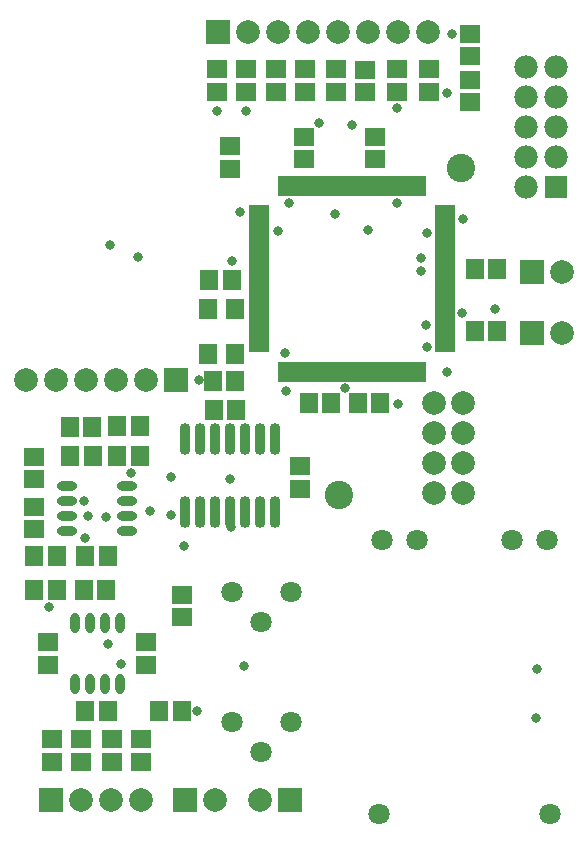
<source format=gts>
%FSLAX25Y25*%
%MOIN*%
G70*
G01*
G75*
G04 Layer_Color=8388736*
%ADD10O,0.02756X0.09843*%
%ADD11R,0.05118X0.05906*%
%ADD12R,0.05906X0.05118*%
%ADD13R,0.05118X0.06299*%
%ADD14R,0.05906X0.01063*%
%ADD15R,0.01063X0.05906*%
%ADD16O,0.05906X0.02362*%
%ADD17O,0.02362X0.05906*%
%ADD18C,0.04000*%
%ADD19C,0.01000*%
%ADD20C,0.02000*%
%ADD21C,0.03000*%
%ADD22C,0.06299*%
%ADD23R,0.07000X0.07000*%
%ADD24C,0.07000*%
%ADD25C,0.07087*%
%ADD26R,0.07087X0.07087*%
%ADD27C,0.08661*%
%ADD28C,0.02400*%
%ADD29R,0.12598X0.08268*%
%ADD30R,0.03543X0.08268*%
%ADD31C,0.01500*%
%ADD32C,0.00984*%
%ADD33C,0.02362*%
%ADD34C,0.00787*%
%ADD35C,0.00500*%
%ADD36C,0.00055*%
%ADD37C,0.00073*%
%ADD38C,0.00614*%
%ADD39C,0.00400*%
%ADD40O,0.03556X0.10642*%
%ADD41R,0.05918X0.06706*%
%ADD42R,0.06706X0.05918*%
%ADD43R,0.05918X0.07099*%
%ADD44R,0.06706X0.01863*%
%ADD45R,0.01863X0.06706*%
%ADD46O,0.06706X0.03162*%
%ADD47O,0.03162X0.06706*%
%ADD48C,0.07099*%
%ADD49R,0.07800X0.07800*%
%ADD50C,0.07800*%
%ADD51C,0.07887*%
%ADD52R,0.07887X0.07887*%
%ADD53C,0.09461*%
%ADD54C,0.03200*%
D40*
X59508Y107579D02*
D03*
X64508D02*
D03*
X69508D02*
D03*
X74508D02*
D03*
X79508D02*
D03*
X84508D02*
D03*
X89508D02*
D03*
X59508Y131988D02*
D03*
X64508D02*
D03*
X69508D02*
D03*
X74508D02*
D03*
X79508D02*
D03*
X84508D02*
D03*
X89508D02*
D03*
D41*
X100787Y143898D02*
D03*
X108268D02*
D03*
X44390Y126279D02*
D03*
X36909D02*
D03*
X16831Y81791D02*
D03*
X9350D02*
D03*
X28740Y126279D02*
D03*
X21260D02*
D03*
X117224Y143898D02*
D03*
X124705D02*
D03*
X67618Y185138D02*
D03*
X75098D02*
D03*
X68898Y151378D02*
D03*
X76378D02*
D03*
X163583Y168110D02*
D03*
X156102D02*
D03*
X156201Y188583D02*
D03*
X163681D02*
D03*
X26280Y93209D02*
D03*
X33760D02*
D03*
X44390Y136516D02*
D03*
X36909D02*
D03*
X33366Y81791D02*
D03*
X25886D02*
D03*
X16831Y93209D02*
D03*
X9350D02*
D03*
X21161Y136122D02*
D03*
X28642D02*
D03*
X69095Y141732D02*
D03*
X76575D02*
D03*
X26280Y41240D02*
D03*
X33760D02*
D03*
X58465Y41339D02*
D03*
X50984D02*
D03*
D42*
X9350Y102067D02*
D03*
Y109547D02*
D03*
X24902Y31988D02*
D03*
Y24508D02*
D03*
X35138D02*
D03*
Y31988D02*
D03*
X99213Y232874D02*
D03*
Y225394D02*
D03*
X122835D02*
D03*
Y232874D02*
D03*
X130118Y255315D02*
D03*
Y247835D02*
D03*
X79921D02*
D03*
Y255315D02*
D03*
X70079D02*
D03*
Y247835D02*
D03*
X46457Y64370D02*
D03*
Y56890D02*
D03*
X9350Y126083D02*
D03*
Y118602D02*
D03*
X15059Y31988D02*
D03*
Y24508D02*
D03*
X98032Y122933D02*
D03*
Y115453D02*
D03*
X44980Y31988D02*
D03*
Y24508D02*
D03*
X58661Y72638D02*
D03*
Y80118D02*
D03*
X154429Y244291D02*
D03*
Y251772D02*
D03*
X140945Y247835D02*
D03*
Y255315D02*
D03*
X119685Y255118D02*
D03*
Y247638D02*
D03*
X109843Y247835D02*
D03*
Y255315D02*
D03*
X99606D02*
D03*
Y247835D02*
D03*
X89764D02*
D03*
Y255315D02*
D03*
X74508Y229626D02*
D03*
Y222146D02*
D03*
X13878Y56791D02*
D03*
Y64272D02*
D03*
X154429Y259646D02*
D03*
Y267126D02*
D03*
D43*
X67224Y175295D02*
D03*
X76279Y160335D02*
D03*
X67224D02*
D03*
X76279Y175295D02*
D03*
D44*
X84153Y169783D02*
D03*
X146161Y187500D02*
D03*
X84153Y163878D02*
D03*
X146161Y175689D02*
D03*
Y179626D02*
D03*
Y173721D02*
D03*
Y209154D02*
D03*
Y207185D02*
D03*
Y205217D02*
D03*
Y201279D02*
D03*
Y199311D02*
D03*
Y197343D02*
D03*
Y195374D02*
D03*
Y193405D02*
D03*
Y191437D02*
D03*
Y189469D02*
D03*
Y185531D02*
D03*
Y183563D02*
D03*
Y177657D02*
D03*
Y171752D02*
D03*
Y167815D02*
D03*
Y163878D02*
D03*
X84153Y161909D02*
D03*
Y165847D02*
D03*
Y167815D02*
D03*
Y171752D02*
D03*
Y173721D02*
D03*
Y175689D02*
D03*
Y177657D02*
D03*
Y179626D02*
D03*
Y181595D02*
D03*
Y183563D02*
D03*
Y185531D02*
D03*
Y187500D02*
D03*
Y189469D02*
D03*
Y191437D02*
D03*
Y193405D02*
D03*
Y195374D02*
D03*
Y201279D02*
D03*
Y203248D02*
D03*
Y205217D02*
D03*
Y207185D02*
D03*
Y209154D02*
D03*
X146161Y169783D02*
D03*
Y203248D02*
D03*
Y181595D02*
D03*
X84153Y199311D02*
D03*
Y197343D02*
D03*
X146161Y161909D02*
D03*
Y165847D02*
D03*
D45*
X97441Y154528D02*
D03*
X99410D02*
D03*
X132874D02*
D03*
X130905D02*
D03*
X95472Y216535D02*
D03*
X93504D02*
D03*
X128937Y154528D02*
D03*
X91535Y216535D02*
D03*
X99410D02*
D03*
X101378D02*
D03*
X103347D02*
D03*
X105315D02*
D03*
X107283D02*
D03*
X109252D02*
D03*
X111221D02*
D03*
X113189D02*
D03*
X115157D02*
D03*
X117126D02*
D03*
X119095D02*
D03*
X121063D02*
D03*
X123031D02*
D03*
X126969D02*
D03*
X128937D02*
D03*
X132874D02*
D03*
X134843D02*
D03*
X136811D02*
D03*
X138779D02*
D03*
Y154528D02*
D03*
X136811D02*
D03*
X134843D02*
D03*
X126969D02*
D03*
X125000D02*
D03*
X123031D02*
D03*
X119095D02*
D03*
X117126D02*
D03*
X115157D02*
D03*
X113189D02*
D03*
X111221D02*
D03*
X109252D02*
D03*
X107283D02*
D03*
X105315D02*
D03*
X103347D02*
D03*
X95473D02*
D03*
X93504D02*
D03*
X91535D02*
D03*
X97441Y216535D02*
D03*
X101378Y154528D02*
D03*
X121063D02*
D03*
X125000Y216535D02*
D03*
X130905D02*
D03*
D46*
X20079Y116555D02*
D03*
Y111555D02*
D03*
Y106555D02*
D03*
Y101555D02*
D03*
X40157Y116555D02*
D03*
Y111555D02*
D03*
Y106555D02*
D03*
Y101555D02*
D03*
D47*
X22913Y50492D02*
D03*
X27913D02*
D03*
X32913D02*
D03*
X37913D02*
D03*
X22913Y70571D02*
D03*
X27913D02*
D03*
X32913D02*
D03*
X37913D02*
D03*
D48*
X168504Y98524D02*
D03*
X137008D02*
D03*
X125197D02*
D03*
X180315D02*
D03*
X124213Y6988D02*
D03*
X181299D02*
D03*
X75197Y37598D02*
D03*
X94882D02*
D03*
X85039Y27756D02*
D03*
X75197Y80905D02*
D03*
X94882D02*
D03*
X85039Y71063D02*
D03*
D49*
X183071Y216220D02*
D03*
D50*
X173071D02*
D03*
X183071Y226220D02*
D03*
X173071D02*
D03*
X183071Y236221D02*
D03*
X173071D02*
D03*
X183071Y246220D02*
D03*
X173071D02*
D03*
X183071Y256221D02*
D03*
X173071D02*
D03*
D51*
X16496Y151575D02*
D03*
X46496D02*
D03*
X36496D02*
D03*
X26496D02*
D03*
X6496D02*
D03*
X84665Y11713D02*
D03*
X69567D02*
D03*
X24724Y11811D02*
D03*
X34724D02*
D03*
X44724D02*
D03*
X185118Y187795D02*
D03*
X185315Y167323D02*
D03*
X152362Y114173D02*
D03*
Y124173D02*
D03*
Y134173D02*
D03*
Y144173D02*
D03*
X142520Y114173D02*
D03*
Y124173D02*
D03*
Y134173D02*
D03*
Y144173D02*
D03*
X80512Y267717D02*
D03*
X90512D02*
D03*
X100512D02*
D03*
X110512D02*
D03*
X120512D02*
D03*
X130512D02*
D03*
X140512D02*
D03*
D52*
X56496Y151575D02*
D03*
X94665Y11713D02*
D03*
X59567D02*
D03*
X14724Y11811D02*
D03*
X175118Y187795D02*
D03*
X175315Y167323D02*
D03*
X70512Y267717D02*
D03*
D53*
X111024Y113386D02*
D03*
X151575Y222441D02*
D03*
D54*
X162894Y175394D02*
D03*
X54806Y119291D02*
D03*
X27165Y106299D02*
D03*
X146850Y154528D02*
D03*
X33071Y105905D02*
D03*
X25984Y111417D02*
D03*
X148425Y266929D02*
D03*
X70177Y241240D02*
D03*
X80020D02*
D03*
X26378Y99114D02*
D03*
X47835Y108071D02*
D03*
X74508Y118799D02*
D03*
X41437Y120768D02*
D03*
X33760Y63681D02*
D03*
X14370Y75984D02*
D03*
X138189Y188189D02*
D03*
Y192520D02*
D03*
X139764Y170079D02*
D03*
X140059Y200886D02*
D03*
X34547Y196752D02*
D03*
X43898Y192815D02*
D03*
X93307Y148031D02*
D03*
X92716Y160728D02*
D03*
X77854Y207776D02*
D03*
X109646Y207185D02*
D03*
X120571Y201575D02*
D03*
X94193Y210630D02*
D03*
X90453Y201279D02*
D03*
X130610Y143602D02*
D03*
X140157Y162598D02*
D03*
X146850Y247244D02*
D03*
X130315Y242520D02*
D03*
X104331Y237402D02*
D03*
X115354Y236614D02*
D03*
X130315Y210630D02*
D03*
X64173Y151575D02*
D03*
X75197Y191339D02*
D03*
X112992Y149016D02*
D03*
X152362Y205512D02*
D03*
X151969Y174016D02*
D03*
X63583Y41339D02*
D03*
X54724Y106693D02*
D03*
X79134Y56299D02*
D03*
X74803Y102756D02*
D03*
X59055Y96457D02*
D03*
X38189Y57087D02*
D03*
X176575Y39173D02*
D03*
X176870Y55512D02*
D03*
M02*

</source>
